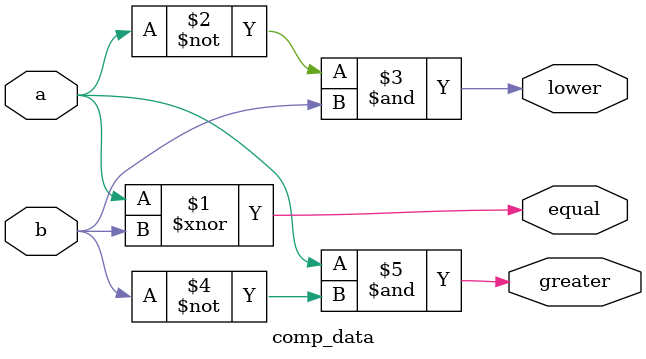
<source format=v>

 module comp_data(a,b,equal,greater,lower);
 output equal;
 output greater;
 output lower;
 input a;
 input b;
 assign equal = a~^b;
 assign lower = (~a)&b;
 assign greater = a&(~b);
 endmodule

</source>
